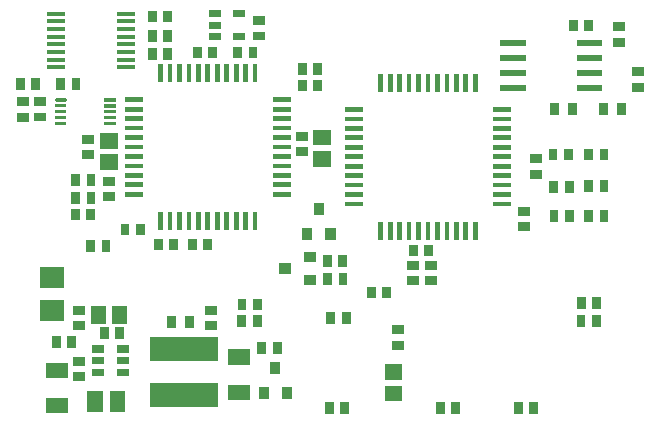
<source format=gbr>
G04 start of page 10 for group -4015 idx -4015 *
G04 Title: (unknown), toppaste *
G04 Creator: pcb 20091103 *
G04 CreationDate: Sat 26 Feb 2011 00:53:29 GMT UTC *
G04 For: thomas *
G04 Format: Gerber/RS-274X *
G04 PCB-Dimensions: 240157 142913 *
G04 PCB-Coordinate-Origin: lower left *
%MOIN*%
%FSLAX25Y25*%
%LNFRONTPASTE*%
%ADD12C,0.0120*%
%ADD23R,0.0295X0.0295*%
%ADD24R,0.0512X0.0512*%
%ADD25R,0.0157X0.0157*%
%ADD26R,0.0120X0.0120*%
%ADD27R,0.0240X0.0240*%
%ADD28R,0.0130X0.0130*%
%ADD29R,0.0690X0.0690*%
%ADD30R,0.0340X0.0340*%
%ADD31R,0.0827X0.0827*%
%ADD32R,0.0300X0.0300*%
%ADD33R,0.0510X0.0510*%
%ADD34R,0.0200X0.0200*%
G54D28*X22083Y138869D02*X26689D01*
X22083Y136310D02*X26689D01*
X22083Y133751D02*X26689D01*
X22083Y131192D02*X26689D01*
X22083Y128634D02*X26689D01*
X22083Y126075D02*X26689D01*
X22083Y123516D02*X26689D01*
X22083Y120957D02*X26689D01*
X45311D02*X49917D01*
X45311Y123516D02*X49917D01*
X45311Y126075D02*X49917D01*
X45311Y128634D02*X49917D01*
X45311Y131192D02*X49917D01*
X45311Y133751D02*X49917D01*
X45311Y136310D02*X49917D01*
X45311Y138869D02*X49917D01*
G54D23*X114882Y56897D02*Y55913D01*
X120000Y56897D02*Y55913D01*
G54D30*X108700Y50013D02*X109300D01*
X108700Y57813D02*X109300D01*
X100500Y53913D02*X101100D01*
G54D23*X116000Y37913D02*Y36929D01*
X121118Y37913D02*Y36929D01*
X86323Y36905D02*Y35921D01*
X91441Y36905D02*Y35921D01*
X201941Y92405D02*Y91421D01*
X207059Y92405D02*Y91421D01*
X196882Y135397D02*Y134413D01*
X202000Y135397D02*Y134413D01*
G54D32*X207000Y107413D02*Y106413D01*
X213000Y107413D02*Y106413D01*
G54D30*X93600Y12813D02*Y12213D01*
X101400Y12813D02*Y12213D01*
X97500Y21013D02*Y20413D01*
G54D23*X157559Y7905D02*Y6921D01*
X152441Y7905D02*Y6921D01*
X138008Y28354D02*X138992D01*
X138008Y33472D02*X138992D01*
X106441Y115405D02*Y114421D01*
X111559Y115405D02*Y114421D01*
X199382Y36897D02*Y35913D01*
X204500Y36897D02*Y35913D01*
X201941Y71905D02*Y70921D01*
X207059Y71905D02*Y70921D01*
X106008Y92854D02*X106992D01*
X106008Y97972D02*X106992D01*
G54D32*X190500Y107413D02*Y106413D01*
X196500Y107413D02*Y106413D01*
G54D23*X56500Y138397D02*Y137413D01*
X61618Y138397D02*Y137413D01*
X184008Y85354D02*X184992D01*
X184008Y90472D02*X184992D01*
X199441Y42905D02*Y41921D01*
X204559Y42905D02*Y41921D01*
X61559Y125905D02*Y124921D01*
X56441Y125905D02*Y124921D01*
X190047Y92405D02*Y91421D01*
X195165Y92405D02*Y91421D01*
X190354Y81594D02*Y80610D01*
X195472Y81594D02*Y80610D01*
X41059Y61905D02*Y60921D01*
X35941Y61905D02*Y60921D01*
G54D34*X173500Y128913D02*X180000D01*
X173500Y123913D02*X180000D01*
X173500Y118913D02*X180000D01*
X173500Y113913D02*X180000D01*
X199000D02*X205500D01*
X199000Y118913D02*X205500D01*
X199000Y123913D02*X205500D01*
X199000Y128913D02*X205500D01*
G54D25*X121500Y106913D02*X125926D01*
X121500Y103764D02*X125926D01*
X121500Y100614D02*X125926D01*
X121500Y97465D02*X125926D01*
X121500Y94315D02*X125926D01*
X121500Y91165D02*X125926D01*
X121500Y88016D02*X125926D01*
X121500Y84866D02*X125926D01*
X121500Y81717D02*X125926D01*
X121500Y78567D02*X125926D01*
X121500Y75417D02*X125926D01*
X132650Y68693D02*Y64267D01*
X135799Y68693D02*Y64267D01*
X138949Y68693D02*Y64267D01*
X142098Y68693D02*Y64267D01*
X145248Y68693D02*Y64267D01*
X148398Y68693D02*Y64267D01*
X151547Y68693D02*Y64267D01*
X154697Y68693D02*Y64267D01*
X157846Y68693D02*Y64267D01*
X160996Y68693D02*Y64267D01*
X164146Y68693D02*Y64267D01*
X170870Y75417D02*X175296D01*
X170870Y78566D02*X175296D01*
X170870Y81716D02*X175296D01*
X170870Y84865D02*X175296D01*
X170870Y88015D02*X175296D01*
X170870Y91165D02*X175296D01*
X170870Y94314D02*X175296D01*
X170870Y97464D02*X175296D01*
X170870Y100613D02*X175296D01*
X170870Y103763D02*X175296D01*
X170870Y106913D02*X175296D01*
X164146Y118063D02*Y113637D01*
X160997Y118063D02*Y113637D01*
X157847Y118063D02*Y113637D01*
X154698Y118063D02*Y113637D01*
X151548Y118063D02*Y113637D01*
X148398Y118063D02*Y113637D01*
X145249Y118063D02*Y113637D01*
X142099Y118063D02*Y113637D01*
X138950Y118063D02*Y113637D01*
X135800Y118063D02*Y113637D01*
X132650Y118063D02*Y113637D01*
X48102Y110161D02*X52528D01*
X48102Y107012D02*X52528D01*
X48102Y103862D02*X52528D01*
X48102Y100713D02*X52528D01*
X48102Y97563D02*X52528D01*
X48102Y94413D02*X52528D01*
X48102Y91264D02*X52528D01*
X48102Y88114D02*X52528D01*
X48102Y84965D02*X52528D01*
X48102Y81815D02*X52528D01*
X48102Y78665D02*X52528D01*
X59252Y71941D02*Y67515D01*
X62401Y71941D02*Y67515D01*
X65551Y71941D02*Y67515D01*
X68700Y71941D02*Y67515D01*
X71850Y71941D02*Y67515D01*
X75000Y71941D02*Y67515D01*
X78149Y71941D02*Y67515D01*
X81299Y71941D02*Y67515D01*
X84448Y71941D02*Y67515D01*
X87598Y71941D02*Y67515D01*
X90748Y71941D02*Y67515D01*
X97472Y78665D02*X101898D01*
X97472Y81814D02*X101898D01*
X97472Y84964D02*X101898D01*
X97472Y88113D02*X101898D01*
X97472Y91263D02*X101898D01*
X97472Y94413D02*X101898D01*
X97472Y97562D02*X101898D01*
X97472Y100712D02*X101898D01*
X97472Y103861D02*X101898D01*
X97472Y107011D02*X101898D01*
X97472Y110161D02*X101898D01*
X90748Y121311D02*Y116885D01*
X87599Y121311D02*Y116885D01*
X84449Y121311D02*Y116885D01*
X81300Y121311D02*Y116885D01*
X78150Y121311D02*Y116885D01*
X75000Y121311D02*Y116885D01*
X71851Y121311D02*Y116885D01*
X68701Y121311D02*Y116885D01*
X65552Y121311D02*Y116885D01*
X62402Y121311D02*Y116885D01*
X59252Y121311D02*Y116885D01*
G54D23*X114941Y50905D02*Y49921D01*
X120059Y50905D02*Y49921D01*
X149008Y54972D02*X149992D01*
X149008Y49854D02*X149992D01*
X201941Y81905D02*Y80921D01*
X207059Y81905D02*Y80921D01*
X98111Y27877D02*Y26893D01*
X92993Y27877D02*Y26893D01*
X129500Y46413D02*Y45429D01*
X134618Y46413D02*Y45429D01*
X180008Y72972D02*X180992D01*
X180008Y67854D02*X180992D01*
X148559Y60405D02*Y59421D01*
X143441Y60405D02*Y59421D01*
X71441Y126405D02*Y125421D01*
X76559Y126405D02*Y125421D01*
X106441Y120905D02*Y119921D01*
X111559Y120905D02*Y119921D01*
X120559Y7905D02*Y6921D01*
X115441Y7905D02*Y6921D01*
G54D30*X108100Y65813D02*Y65213D01*
X115900Y65813D02*Y65213D01*
X112000Y74013D02*Y73413D01*
G54D24*X136500Y12327D02*X137286D01*
X136500Y19413D02*X137286D01*
G54D23*X61567Y131846D02*Y130862D01*
X56449Y131846D02*Y130862D01*
X91516Y131429D02*X92500D01*
X91516Y136547D02*X92500D01*
X211508Y134472D02*X212492D01*
X211508Y129354D02*X212492D01*
X143008Y49854D02*X143992D01*
X143008Y54972D02*X143992D01*
X58500Y62413D02*Y61429D01*
X63618Y62413D02*Y61429D01*
X217956Y119500D02*X218940D01*
X217956Y114382D02*X218940D01*
X190413Y71853D02*Y70869D01*
X195531Y71853D02*Y70869D01*
X183559Y7905D02*Y6921D01*
X178441Y7905D02*Y6921D01*
G54D24*X112714Y97499D02*X113500D01*
X112714Y90413D02*X113500D01*
G54D23*X84941Y126405D02*Y125421D01*
X90059Y126405D02*Y125421D01*
G54D33*X44820Y10555D02*Y8555D01*
X37420Y10555D02*Y8555D01*
G54D23*X24441Y29905D02*Y28921D01*
X29559Y29905D02*Y28921D01*
X91500Y42397D02*Y41413D01*
X86382Y42397D02*Y41413D01*
G54D24*X84138Y24413D02*X86500D01*
X84138Y12603D02*X86500D01*
G54D27*X84700Y131113D02*X86300D01*
X84700Y138913D02*X86300D01*
X76500D02*X78100D01*
X76500Y135013D02*X78100D01*
X76500Y131113D02*X78100D01*
G54D23*X18500Y104413D02*X19484D01*
X18500Y109531D02*X19484D01*
G54D32*X63000Y36413D02*Y35413D01*
X69000Y36413D02*Y35413D01*
G54D23*X25941Y115905D02*Y114921D01*
X31059Y115905D02*Y114921D01*
G54D27*X37707Y27053D02*X39307D01*
X37707Y23153D02*X39307D01*
X37707Y19253D02*X39307D01*
X45907D02*X47507D01*
X45907Y23153D02*X47507D01*
X45907Y27053D02*X47507D01*
G54D23*X31508Y34854D02*X32492D01*
X31508Y39972D02*X32492D01*
X12992Y104354D02*X13976D01*
X12992Y109472D02*X13976D01*
X45559Y32905D02*Y31921D01*
X40441Y32905D02*Y31921D01*
G54D12*X24650Y110200D02*X27250D01*
G54D26*X24650Y108200D02*X27250D01*
X24650Y106200D02*X27250D01*
X24650Y104300D02*X27250D01*
X24650Y102300D02*X27250D01*
X41150Y102200D02*X43750D01*
X41150Y104200D02*X43750D01*
X41150Y106200D02*X43750D01*
X41150Y108100D02*X43750D01*
X41150Y110100D02*X43750D01*
G54D24*X38457Y38806D02*Y38020D01*
X45543Y38806D02*Y38020D01*
G54D23*X34516Y91795D02*X35500D01*
X34516Y96913D02*X35500D01*
G54D31*X59780Y11737D02*X74346D01*
X59780Y27091D02*X74346D01*
G54D23*X30941Y83905D02*Y82921D01*
X36059Y83905D02*Y82921D01*
G54D29*X22400Y39913D02*X23600D01*
X22400Y50913D02*X23600D01*
G54D23*X47382Y67397D02*Y66413D01*
X52500Y67397D02*Y66413D01*
G54D24*X41607Y89370D02*X42393D01*
X41607Y96456D02*X42393D01*
G54D23*X75516Y40031D02*X76500D01*
X75516Y34913D02*X76500D01*
X31508Y17854D02*X32492D01*
X31508Y22972D02*X32492D01*
X12441Y115905D02*Y114921D01*
X17559Y115905D02*Y114921D01*
G54D24*X23559Y20004D02*X25921D01*
X23559Y8194D02*X25921D01*
G54D23*X30882Y72397D02*Y71413D01*
X36000Y72397D02*Y71413D01*
X41508Y77854D02*X42492D01*
X41508Y82972D02*X42492D01*
X36051Y77964D02*Y76980D01*
X30933Y77964D02*Y76980D01*
X75000Y62413D02*Y61429D01*
X69882Y62413D02*Y61429D01*
M02*

</source>
